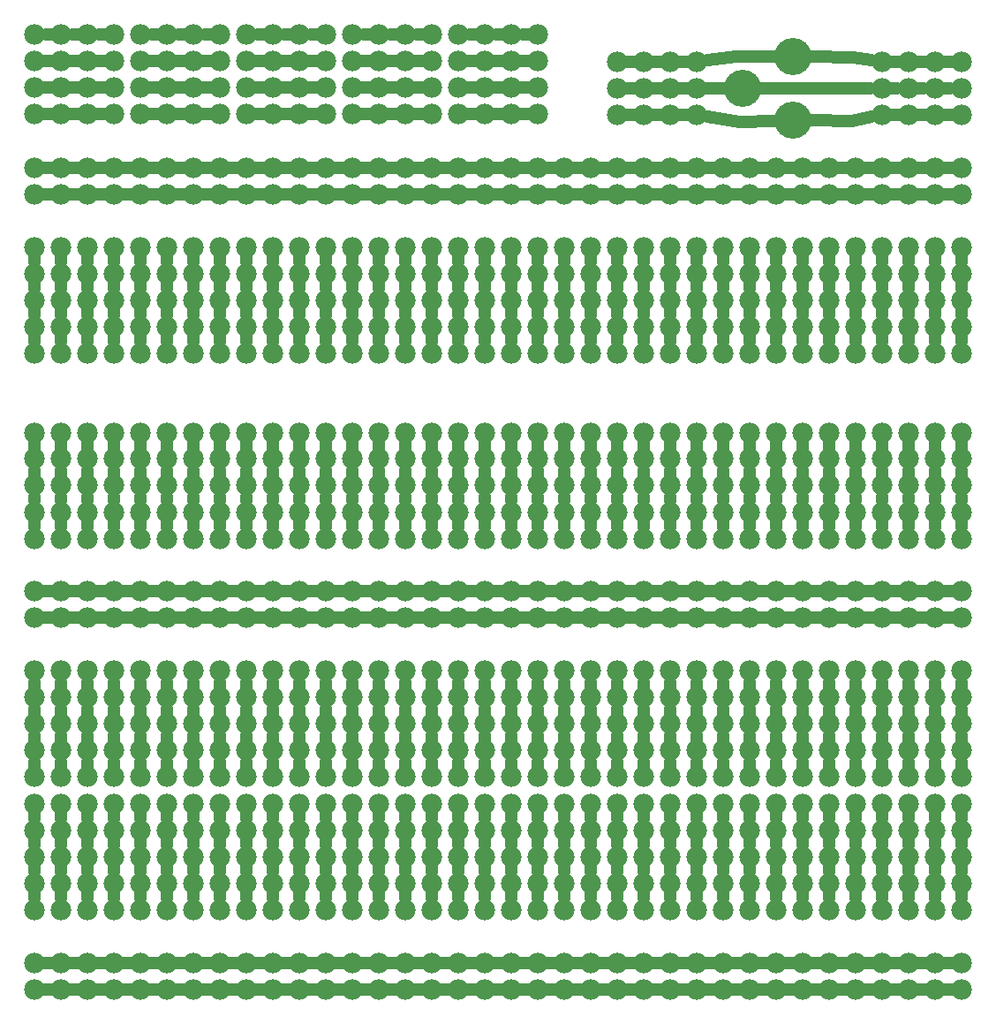
<source format=gtl>
G04 MADE WITH FRITZING*
G04 WWW.FRITZING.ORG*
G04 DOUBLE SIDED*
G04 HOLES PLATED*
G04 CONTOUR ON CENTER OF CONTOUR VECTOR*
%ASAXBY*%
%FSLAX23Y23*%
%MOIN*%
%OFA0B0*%
%SFA1.0B1.0*%
%ADD10C,0.140000*%
%ADD11C,0.078000*%
%ADD12C,0.048000*%
%LNCOPPER1*%
G90*
G70*
G54D10*
X3093Y3438D03*
X3093Y3678D03*
X2903Y3558D03*
G54D11*
X2130Y3461D03*
X2030Y3461D03*
X1930Y3461D03*
X1830Y3461D03*
X1730Y3461D03*
X1630Y3461D03*
X1530Y3461D03*
X1430Y3461D03*
X1330Y3461D03*
X1230Y3461D03*
X1130Y3461D03*
X1030Y3461D03*
X930Y3461D03*
X830Y3461D03*
X730Y3461D03*
X630Y3461D03*
X530Y3461D03*
X430Y3461D03*
X330Y3461D03*
X230Y3461D03*
X2131Y3561D03*
X2031Y3561D03*
X1931Y3561D03*
X1831Y3561D03*
X1731Y3561D03*
X1631Y3561D03*
X1531Y3561D03*
X1431Y3561D03*
X1331Y3561D03*
X1231Y3561D03*
X1131Y3561D03*
X1031Y3561D03*
X931Y3561D03*
X831Y3561D03*
X731Y3561D03*
X631Y3561D03*
X531Y3561D03*
X431Y3561D03*
X331Y3561D03*
X231Y3561D03*
X2131Y3661D03*
X2031Y3661D03*
X1931Y3661D03*
X1831Y3661D03*
X1731Y3661D03*
X1631Y3661D03*
X1531Y3661D03*
X1431Y3661D03*
X1331Y3661D03*
X1231Y3661D03*
X1131Y3661D03*
X1031Y3661D03*
X931Y3661D03*
X831Y3661D03*
X731Y3661D03*
X631Y3661D03*
X531Y3661D03*
X431Y3661D03*
X331Y3661D03*
X231Y3661D03*
X2131Y3761D03*
X2031Y3761D03*
X1931Y3761D03*
X1831Y3761D03*
X1731Y3761D03*
X1631Y3761D03*
X1531Y3761D03*
X1431Y3761D03*
X1331Y3761D03*
X1231Y3761D03*
X1131Y3761D03*
X1031Y3761D03*
X931Y3761D03*
X831Y3761D03*
X731Y3761D03*
X631Y3761D03*
X531Y3761D03*
X431Y3761D03*
X331Y3761D03*
X231Y3761D03*
X2730Y3559D03*
X2630Y3559D03*
X2530Y3559D03*
X2430Y3559D03*
X2730Y3459D03*
X2630Y3459D03*
X2530Y3459D03*
X2430Y3459D03*
X2731Y3659D03*
X2631Y3659D03*
X2531Y3659D03*
X2431Y3659D03*
X3730Y3459D03*
X3630Y3459D03*
X3530Y3459D03*
X3430Y3459D03*
X3730Y3559D03*
X3630Y3559D03*
X3530Y3559D03*
X3430Y3559D03*
X3730Y3659D03*
X3630Y3659D03*
X3530Y3659D03*
X3430Y3659D03*
X3731Y3159D03*
X3631Y3159D03*
X3531Y3159D03*
X3431Y3159D03*
X3331Y3159D03*
X3231Y3159D03*
X3131Y3159D03*
X3031Y3159D03*
X2931Y3159D03*
X2831Y3159D03*
X2731Y3159D03*
X2631Y3159D03*
X2531Y3159D03*
X2431Y3159D03*
X2331Y3159D03*
X2231Y3159D03*
X2131Y3159D03*
X2031Y3159D03*
X1931Y3159D03*
X1831Y3159D03*
X1731Y3159D03*
X1631Y3159D03*
X1531Y3159D03*
X1431Y3159D03*
X1331Y3159D03*
X1231Y3159D03*
X1131Y3159D03*
X1031Y3159D03*
X931Y3159D03*
X831Y3159D03*
X731Y3159D03*
X631Y3159D03*
X531Y3159D03*
X431Y3159D03*
X331Y3159D03*
X231Y3159D03*
X3730Y3259D03*
X3630Y3259D03*
X3530Y3259D03*
X3430Y3259D03*
X3330Y3259D03*
X3230Y3259D03*
X3130Y3259D03*
X3030Y3259D03*
X2930Y3259D03*
X2830Y3259D03*
X2730Y3259D03*
X2630Y3259D03*
X2530Y3259D03*
X2430Y3259D03*
X2330Y3259D03*
X2230Y3259D03*
X2130Y3259D03*
X2030Y3259D03*
X1930Y3259D03*
X1830Y3259D03*
X1730Y3259D03*
X1630Y3259D03*
X1530Y3259D03*
X1430Y3259D03*
X1330Y3259D03*
X1230Y3259D03*
X1130Y3259D03*
X1030Y3259D03*
X930Y3259D03*
X830Y3259D03*
X730Y3259D03*
X630Y3259D03*
X530Y3259D03*
X430Y3259D03*
X330Y3259D03*
X230Y3259D03*
X3730Y2859D03*
X3630Y2859D03*
X3530Y2859D03*
X3430Y2859D03*
X3330Y2859D03*
X3230Y2859D03*
X3130Y2859D03*
X3030Y2859D03*
X2930Y2859D03*
X2830Y2859D03*
X2730Y2859D03*
X2630Y2859D03*
X2530Y2859D03*
X2430Y2859D03*
X2330Y2859D03*
X2230Y2859D03*
X2130Y2859D03*
X2030Y2859D03*
X1930Y2859D03*
X1830Y2859D03*
X1730Y2859D03*
X1630Y2859D03*
X1530Y2859D03*
X1430Y2859D03*
X1330Y2859D03*
X1230Y2859D03*
X1130Y2859D03*
X1030Y2859D03*
X930Y2859D03*
X830Y2859D03*
X730Y2859D03*
X630Y2859D03*
X530Y2859D03*
X430Y2859D03*
X330Y2859D03*
X230Y2859D03*
X3730Y2659D03*
X3630Y2659D03*
X3530Y2659D03*
X3430Y2659D03*
X3330Y2659D03*
X3230Y2659D03*
X3130Y2659D03*
X3030Y2659D03*
X2930Y2659D03*
X2830Y2659D03*
X2730Y2659D03*
X2630Y2659D03*
X2530Y2659D03*
X2430Y2659D03*
X2330Y2659D03*
X2230Y2659D03*
X2130Y2659D03*
X2030Y2659D03*
X1930Y2659D03*
X1830Y2659D03*
X1730Y2659D03*
X1630Y2659D03*
X1530Y2659D03*
X1430Y2659D03*
X1330Y2659D03*
X1230Y2659D03*
X1130Y2659D03*
X1030Y2659D03*
X930Y2659D03*
X830Y2659D03*
X730Y2659D03*
X630Y2659D03*
X530Y2659D03*
X430Y2659D03*
X330Y2659D03*
X230Y2659D03*
X3730Y2959D03*
X3630Y2959D03*
X3530Y2959D03*
X3430Y2959D03*
X3330Y2959D03*
X3230Y2959D03*
X3130Y2959D03*
X3030Y2959D03*
X2930Y2959D03*
X2830Y2959D03*
X2730Y2959D03*
X2630Y2959D03*
X2530Y2959D03*
X2430Y2959D03*
X2330Y2959D03*
X2230Y2959D03*
X2130Y2959D03*
X2030Y2959D03*
X1930Y2959D03*
X1830Y2959D03*
X1730Y2959D03*
X1630Y2959D03*
X1530Y2959D03*
X1430Y2959D03*
X1330Y2959D03*
X1230Y2959D03*
X1130Y2959D03*
X1030Y2959D03*
X930Y2959D03*
X830Y2959D03*
X730Y2959D03*
X630Y2959D03*
X530Y2959D03*
X430Y2959D03*
X330Y2959D03*
X230Y2959D03*
X3731Y2759D03*
X3631Y2759D03*
X3531Y2759D03*
X3431Y2759D03*
X3331Y2759D03*
X3231Y2759D03*
X3131Y2759D03*
X3031Y2759D03*
X2931Y2759D03*
X2831Y2759D03*
X2731Y2759D03*
X2631Y2759D03*
X2531Y2759D03*
X2431Y2759D03*
X2331Y2759D03*
X2231Y2759D03*
X2131Y2759D03*
X2031Y2759D03*
X1931Y2759D03*
X1831Y2759D03*
X1731Y2759D03*
X1631Y2759D03*
X1531Y2759D03*
X1431Y2759D03*
X1331Y2759D03*
X1231Y2759D03*
X1131Y2759D03*
X1031Y2759D03*
X931Y2759D03*
X831Y2759D03*
X731Y2759D03*
X631Y2759D03*
X531Y2759D03*
X431Y2759D03*
X331Y2759D03*
X231Y2759D03*
X3730Y2559D03*
X3630Y2559D03*
X3530Y2559D03*
X3430Y2559D03*
X3330Y2559D03*
X3230Y2559D03*
X3130Y2559D03*
X3030Y2559D03*
X2930Y2559D03*
X2830Y2559D03*
X2730Y2559D03*
X2630Y2559D03*
X2530Y2559D03*
X2430Y2559D03*
X2330Y2559D03*
X2230Y2559D03*
X2130Y2559D03*
X2030Y2559D03*
X1930Y2559D03*
X1830Y2559D03*
X1730Y2559D03*
X1630Y2559D03*
X1530Y2559D03*
X1430Y2559D03*
X1330Y2559D03*
X1230Y2559D03*
X1130Y2559D03*
X1030Y2559D03*
X930Y2559D03*
X830Y2559D03*
X730Y2559D03*
X630Y2559D03*
X530Y2559D03*
X430Y2559D03*
X330Y2559D03*
X230Y2559D03*
X3731Y1560D03*
X3631Y1560D03*
X3531Y1560D03*
X3431Y1560D03*
X3331Y1560D03*
X3231Y1560D03*
X3131Y1560D03*
X3031Y1560D03*
X2931Y1560D03*
X2831Y1560D03*
X2731Y1560D03*
X2631Y1560D03*
X2531Y1560D03*
X2431Y1560D03*
X2331Y1560D03*
X2231Y1560D03*
X2131Y1560D03*
X2031Y1560D03*
X1931Y1560D03*
X1831Y1560D03*
X1731Y1560D03*
X1631Y1560D03*
X1531Y1560D03*
X1431Y1560D03*
X1331Y1560D03*
X1231Y1560D03*
X1131Y1560D03*
X1031Y1560D03*
X931Y1560D03*
X831Y1560D03*
X731Y1560D03*
X631Y1560D03*
X531Y1560D03*
X431Y1560D03*
X331Y1560D03*
X231Y1560D03*
X3730Y1660D03*
X3630Y1660D03*
X3530Y1660D03*
X3430Y1660D03*
X3330Y1660D03*
X3230Y1660D03*
X3130Y1660D03*
X3030Y1660D03*
X2930Y1660D03*
X2830Y1660D03*
X2730Y1660D03*
X2630Y1660D03*
X2530Y1660D03*
X2430Y1660D03*
X2330Y1660D03*
X2230Y1660D03*
X2130Y1660D03*
X2030Y1660D03*
X1930Y1660D03*
X1830Y1660D03*
X1730Y1660D03*
X1630Y1660D03*
X1530Y1660D03*
X1430Y1660D03*
X1330Y1660D03*
X1230Y1660D03*
X1130Y1660D03*
X1030Y1660D03*
X930Y1660D03*
X830Y1660D03*
X730Y1660D03*
X630Y1660D03*
X530Y1660D03*
X430Y1660D03*
X330Y1660D03*
X230Y1660D03*
X3730Y2060D03*
X3630Y2060D03*
X3530Y2060D03*
X3430Y2060D03*
X3330Y2060D03*
X3230Y2060D03*
X3130Y2060D03*
X3030Y2060D03*
X2930Y2060D03*
X2830Y2060D03*
X2730Y2060D03*
X2630Y2060D03*
X2530Y2060D03*
X2430Y2060D03*
X2330Y2060D03*
X2230Y2060D03*
X2130Y2060D03*
X2030Y2060D03*
X1930Y2060D03*
X1830Y2060D03*
X1730Y2060D03*
X1630Y2060D03*
X1530Y2060D03*
X1430Y2060D03*
X1330Y2060D03*
X1230Y2060D03*
X1130Y2060D03*
X1030Y2060D03*
X930Y2060D03*
X830Y2060D03*
X730Y2060D03*
X630Y2060D03*
X530Y2060D03*
X430Y2060D03*
X330Y2060D03*
X230Y2060D03*
X3730Y1859D03*
X3630Y1859D03*
X3530Y1859D03*
X3430Y1859D03*
X3330Y1859D03*
X3230Y1859D03*
X3130Y1859D03*
X3030Y1859D03*
X2930Y1859D03*
X2830Y1859D03*
X2730Y1859D03*
X2630Y1859D03*
X2530Y1859D03*
X2430Y1859D03*
X2330Y1859D03*
X2230Y1859D03*
X2130Y1859D03*
X2030Y1859D03*
X1930Y1859D03*
X1830Y1859D03*
X1730Y1859D03*
X1630Y1859D03*
X1530Y1859D03*
X1430Y1859D03*
X1330Y1859D03*
X1230Y1859D03*
X1130Y1859D03*
X1030Y1859D03*
X930Y1859D03*
X830Y1859D03*
X730Y1859D03*
X630Y1859D03*
X530Y1859D03*
X430Y1859D03*
X330Y1859D03*
X230Y1859D03*
X3730Y2160D03*
X3630Y2160D03*
X3530Y2160D03*
X3430Y2160D03*
X3330Y2160D03*
X3230Y2160D03*
X3130Y2160D03*
X3030Y2160D03*
X2930Y2160D03*
X2830Y2160D03*
X2730Y2160D03*
X2630Y2160D03*
X2530Y2160D03*
X2430Y2160D03*
X2330Y2160D03*
X2230Y2160D03*
X2130Y2160D03*
X2030Y2160D03*
X1930Y2160D03*
X1830Y2160D03*
X1730Y2160D03*
X1630Y2160D03*
X1530Y2160D03*
X1430Y2160D03*
X1330Y2160D03*
X1230Y2160D03*
X1130Y2160D03*
X1030Y2160D03*
X930Y2160D03*
X830Y2160D03*
X730Y2160D03*
X630Y2160D03*
X530Y2160D03*
X430Y2160D03*
X330Y2160D03*
X230Y2160D03*
X3730Y2259D03*
X3630Y2259D03*
X3530Y2259D03*
X3430Y2259D03*
X3330Y2259D03*
X3230Y2259D03*
X3130Y2259D03*
X3030Y2259D03*
X2930Y2259D03*
X2830Y2259D03*
X2730Y2259D03*
X2630Y2259D03*
X2530Y2259D03*
X2430Y2259D03*
X2330Y2259D03*
X2230Y2259D03*
X2130Y2259D03*
X2030Y2259D03*
X1930Y2259D03*
X1830Y2259D03*
X1730Y2259D03*
X1630Y2259D03*
X1530Y2259D03*
X1430Y2259D03*
X1330Y2259D03*
X1230Y2259D03*
X1130Y2259D03*
X1030Y2259D03*
X930Y2259D03*
X830Y2259D03*
X730Y2259D03*
X630Y2259D03*
X530Y2259D03*
X430Y2259D03*
X330Y2259D03*
X230Y2259D03*
X3729Y1959D03*
X3629Y1959D03*
X3529Y1959D03*
X3429Y1959D03*
X3329Y1959D03*
X3229Y1959D03*
X3129Y1959D03*
X3029Y1959D03*
X2929Y1959D03*
X2829Y1959D03*
X2729Y1959D03*
X2629Y1959D03*
X2529Y1959D03*
X2429Y1959D03*
X2329Y1959D03*
X2229Y1959D03*
X2129Y1959D03*
X2029Y1959D03*
X1929Y1959D03*
X1829Y1959D03*
X1729Y1959D03*
X1629Y1959D03*
X1529Y1959D03*
X1429Y1959D03*
X1329Y1959D03*
X1229Y1959D03*
X1129Y1959D03*
X1029Y1959D03*
X929Y1959D03*
X829Y1959D03*
X729Y1959D03*
X629Y1959D03*
X529Y1959D03*
X429Y1959D03*
X329Y1959D03*
X229Y1959D03*
X3731Y1160D03*
X3631Y1160D03*
X3531Y1160D03*
X3431Y1160D03*
X3331Y1160D03*
X3231Y1160D03*
X3131Y1160D03*
X3031Y1160D03*
X2931Y1160D03*
X2831Y1160D03*
X2731Y1160D03*
X2631Y1160D03*
X2531Y1160D03*
X2431Y1160D03*
X2331Y1160D03*
X2231Y1160D03*
X2131Y1160D03*
X2031Y1160D03*
X1931Y1160D03*
X1831Y1160D03*
X1731Y1160D03*
X1631Y1160D03*
X1531Y1160D03*
X1431Y1160D03*
X1331Y1160D03*
X1231Y1160D03*
X1131Y1160D03*
X1031Y1160D03*
X931Y1160D03*
X831Y1160D03*
X731Y1160D03*
X631Y1160D03*
X531Y1160D03*
X431Y1160D03*
X331Y1160D03*
X231Y1160D03*
X3730Y1360D03*
X3630Y1360D03*
X3530Y1360D03*
X3430Y1360D03*
X3330Y1360D03*
X3230Y1360D03*
X3130Y1360D03*
X3030Y1360D03*
X2930Y1360D03*
X2830Y1360D03*
X2730Y1360D03*
X2630Y1360D03*
X2530Y1360D03*
X2430Y1360D03*
X2330Y1360D03*
X2230Y1360D03*
X2130Y1360D03*
X2030Y1360D03*
X1930Y1360D03*
X1830Y1360D03*
X1730Y1360D03*
X1630Y1360D03*
X1530Y1360D03*
X1430Y1360D03*
X1330Y1360D03*
X1230Y1360D03*
X1130Y1360D03*
X1030Y1360D03*
X930Y1360D03*
X830Y1360D03*
X730Y1360D03*
X630Y1360D03*
X530Y1360D03*
X430Y1360D03*
X330Y1360D03*
X230Y1360D03*
X3730Y960D03*
X3630Y960D03*
X3530Y960D03*
X3430Y960D03*
X3330Y960D03*
X3230Y960D03*
X3130Y960D03*
X3030Y960D03*
X2930Y960D03*
X2830Y960D03*
X2730Y960D03*
X2630Y960D03*
X2530Y960D03*
X2430Y960D03*
X2330Y960D03*
X2230Y960D03*
X2130Y960D03*
X2030Y960D03*
X1930Y960D03*
X1830Y960D03*
X1730Y960D03*
X1630Y960D03*
X1530Y960D03*
X1430Y960D03*
X1330Y960D03*
X1230Y960D03*
X1130Y960D03*
X1030Y960D03*
X930Y960D03*
X830Y960D03*
X730Y960D03*
X630Y960D03*
X530Y960D03*
X430Y960D03*
X330Y960D03*
X230Y960D03*
X3730Y1060D03*
X3630Y1060D03*
X3530Y1060D03*
X3430Y1060D03*
X3330Y1060D03*
X3230Y1060D03*
X3130Y1060D03*
X3030Y1060D03*
X2930Y1060D03*
X2830Y1060D03*
X2730Y1060D03*
X2630Y1060D03*
X2530Y1060D03*
X2430Y1060D03*
X2330Y1060D03*
X2230Y1060D03*
X2130Y1060D03*
X2030Y1060D03*
X1930Y1060D03*
X1830Y1060D03*
X1730Y1060D03*
X1630Y1060D03*
X1530Y1060D03*
X1430Y1060D03*
X1330Y1060D03*
X1230Y1060D03*
X1130Y1060D03*
X1030Y1060D03*
X930Y1060D03*
X830Y1060D03*
X730Y1060D03*
X630Y1060D03*
X530Y1060D03*
X430Y1060D03*
X330Y1060D03*
X230Y1060D03*
X3730Y1260D03*
X3630Y1260D03*
X3530Y1260D03*
X3430Y1260D03*
X3330Y1260D03*
X3230Y1260D03*
X3130Y1260D03*
X3030Y1260D03*
X2930Y1260D03*
X2830Y1260D03*
X2730Y1260D03*
X2630Y1260D03*
X2530Y1260D03*
X2430Y1260D03*
X2330Y1260D03*
X2230Y1260D03*
X2130Y1260D03*
X2030Y1260D03*
X1930Y1260D03*
X1830Y1260D03*
X1730Y1260D03*
X1630Y1260D03*
X1530Y1260D03*
X1430Y1260D03*
X1330Y1260D03*
X1230Y1260D03*
X1130Y1260D03*
X1030Y1260D03*
X930Y1260D03*
X830Y1260D03*
X730Y1260D03*
X630Y1260D03*
X530Y1260D03*
X430Y1260D03*
X330Y1260D03*
X230Y1260D03*
X3731Y859D03*
X3631Y859D03*
X3531Y859D03*
X3431Y859D03*
X3331Y859D03*
X3231Y859D03*
X3131Y859D03*
X3031Y859D03*
X2931Y859D03*
X2831Y859D03*
X2731Y859D03*
X2631Y859D03*
X2531Y859D03*
X2431Y859D03*
X2331Y859D03*
X2231Y859D03*
X2131Y859D03*
X2031Y859D03*
X1931Y859D03*
X1831Y859D03*
X1731Y859D03*
X1631Y859D03*
X1531Y859D03*
X1431Y859D03*
X1331Y859D03*
X1231Y859D03*
X1131Y859D03*
X1031Y859D03*
X931Y859D03*
X831Y859D03*
X731Y859D03*
X631Y859D03*
X531Y859D03*
X431Y859D03*
X331Y859D03*
X231Y859D03*
X3730Y759D03*
X3630Y759D03*
X3530Y759D03*
X3430Y759D03*
X3330Y759D03*
X3230Y759D03*
X3130Y759D03*
X3030Y759D03*
X2930Y759D03*
X2830Y759D03*
X2730Y759D03*
X2630Y759D03*
X2530Y759D03*
X2430Y759D03*
X2330Y759D03*
X2230Y759D03*
X2130Y759D03*
X2030Y759D03*
X1930Y759D03*
X1830Y759D03*
X1730Y759D03*
X1630Y759D03*
X1530Y759D03*
X1430Y759D03*
X1330Y759D03*
X1230Y759D03*
X1130Y759D03*
X1030Y759D03*
X930Y759D03*
X830Y759D03*
X730Y759D03*
X630Y759D03*
X530Y759D03*
X430Y759D03*
X330Y759D03*
X230Y759D03*
X3731Y659D03*
X3631Y659D03*
X3531Y659D03*
X3431Y659D03*
X3331Y659D03*
X3231Y659D03*
X3131Y659D03*
X3031Y659D03*
X2931Y659D03*
X2831Y659D03*
X2731Y659D03*
X2631Y659D03*
X2531Y659D03*
X2431Y659D03*
X2331Y659D03*
X2231Y659D03*
X2131Y659D03*
X2031Y659D03*
X1931Y659D03*
X1831Y659D03*
X1731Y659D03*
X1631Y659D03*
X1531Y659D03*
X1431Y659D03*
X1331Y659D03*
X1231Y659D03*
X1131Y659D03*
X1031Y659D03*
X931Y659D03*
X831Y659D03*
X731Y659D03*
X631Y659D03*
X531Y659D03*
X431Y659D03*
X331Y659D03*
X231Y659D03*
X3730Y559D03*
X3630Y559D03*
X3530Y559D03*
X3430Y559D03*
X3330Y559D03*
X3230Y559D03*
X3130Y559D03*
X3030Y559D03*
X2930Y559D03*
X2830Y559D03*
X2730Y559D03*
X2630Y559D03*
X2530Y559D03*
X2430Y559D03*
X2330Y559D03*
X2230Y559D03*
X2130Y559D03*
X2030Y559D03*
X1930Y559D03*
X1830Y559D03*
X1730Y559D03*
X1630Y559D03*
X1530Y559D03*
X1430Y559D03*
X1330Y559D03*
X1230Y559D03*
X1130Y559D03*
X1030Y559D03*
X930Y559D03*
X830Y559D03*
X730Y559D03*
X630Y559D03*
X530Y559D03*
X430Y559D03*
X330Y559D03*
X230Y559D03*
X3731Y459D03*
X3631Y459D03*
X3531Y459D03*
X3431Y459D03*
X3331Y459D03*
X3231Y459D03*
X3131Y459D03*
X3031Y459D03*
X2931Y459D03*
X2831Y459D03*
X2731Y459D03*
X2631Y459D03*
X2531Y459D03*
X2431Y459D03*
X2331Y459D03*
X2231Y459D03*
X2131Y459D03*
X2031Y459D03*
X1931Y459D03*
X1831Y459D03*
X1731Y459D03*
X1631Y459D03*
X1531Y459D03*
X1431Y459D03*
X1331Y459D03*
X1231Y459D03*
X1131Y459D03*
X1031Y459D03*
X931Y459D03*
X831Y459D03*
X731Y459D03*
X631Y459D03*
X531Y459D03*
X431Y459D03*
X331Y459D03*
X231Y459D03*
X3731Y259D03*
X3631Y259D03*
X3531Y259D03*
X3431Y259D03*
X3331Y259D03*
X3231Y259D03*
X3131Y259D03*
X3031Y259D03*
X2931Y259D03*
X2831Y259D03*
X2731Y259D03*
X2631Y259D03*
X2531Y259D03*
X2431Y259D03*
X2331Y259D03*
X2231Y259D03*
X2131Y259D03*
X2031Y259D03*
X1931Y259D03*
X1831Y259D03*
X1731Y259D03*
X1631Y259D03*
X1531Y259D03*
X1431Y259D03*
X1331Y259D03*
X1231Y259D03*
X1131Y259D03*
X1031Y259D03*
X931Y259D03*
X831Y259D03*
X731Y259D03*
X631Y259D03*
X531Y259D03*
X431Y259D03*
X331Y259D03*
X231Y259D03*
X3731Y159D03*
X3631Y159D03*
X3531Y159D03*
X3431Y159D03*
X3331Y159D03*
X3231Y159D03*
X3131Y159D03*
X3031Y159D03*
X2931Y159D03*
X2831Y159D03*
X2731Y159D03*
X2631Y159D03*
X2531Y159D03*
X2431Y159D03*
X2331Y159D03*
X2231Y159D03*
X2131Y159D03*
X2031Y159D03*
X1931Y159D03*
X1831Y159D03*
X1731Y159D03*
X1631Y159D03*
X1531Y159D03*
X1431Y159D03*
X1331Y159D03*
X1231Y159D03*
X1131Y159D03*
X1031Y159D03*
X931Y159D03*
X831Y159D03*
X731Y159D03*
X631Y159D03*
X531Y159D03*
X431Y159D03*
X331Y159D03*
X231Y159D03*
G54D12*
X772Y3661D02*
X790Y3661D01*
D02*
X672Y3661D02*
X690Y3661D01*
D02*
X873Y3761D02*
X890Y3761D01*
D02*
X773Y3761D02*
X790Y3761D01*
D02*
X673Y3761D02*
X690Y3761D01*
D02*
X1673Y3761D02*
X1690Y3761D01*
D02*
X1573Y3761D02*
X1590Y3761D01*
D02*
X1473Y3761D02*
X1490Y3761D01*
D02*
X872Y3461D02*
X889Y3461D01*
D02*
X772Y3461D02*
X789Y3461D01*
D02*
X672Y3461D02*
X689Y3461D01*
D02*
X872Y3561D02*
X890Y3561D01*
D02*
X772Y3561D02*
X790Y3561D01*
D02*
X672Y3561D02*
X690Y3561D01*
D02*
X872Y3661D02*
X890Y3661D01*
D02*
X1672Y3461D02*
X1689Y3461D01*
D02*
X1572Y3461D02*
X1589Y3461D01*
D02*
X1472Y3461D02*
X1489Y3461D01*
D02*
X1672Y3561D02*
X1690Y3561D01*
D02*
X1572Y3561D02*
X1590Y3561D01*
D02*
X1472Y3561D02*
X1490Y3561D01*
D02*
X1672Y3661D02*
X1690Y3661D01*
D02*
X1572Y3661D02*
X1590Y3661D01*
D02*
X1472Y3661D02*
X1490Y3661D01*
D02*
X3730Y1019D02*
X3730Y1001D01*
D02*
X430Y1101D02*
X430Y1119D01*
D02*
X430Y1001D02*
X430Y1019D01*
D02*
X330Y1301D02*
X330Y1319D01*
D02*
X330Y1201D02*
X330Y1219D01*
D02*
X330Y1101D02*
X330Y1119D01*
D02*
X330Y1001D02*
X330Y1019D01*
D02*
X230Y1301D02*
X230Y1319D01*
D02*
X230Y1201D02*
X230Y1219D01*
D02*
X230Y1101D02*
X230Y1119D01*
D02*
X230Y1001D02*
X230Y1019D01*
D02*
X630Y1301D02*
X630Y1319D01*
D02*
X630Y1201D02*
X630Y1219D01*
D02*
X630Y1101D02*
X630Y1119D01*
D02*
X630Y1001D02*
X630Y1019D01*
D02*
X530Y1301D02*
X530Y1319D01*
D02*
X530Y1201D02*
X530Y1219D01*
D02*
X530Y1101D02*
X530Y1119D01*
D02*
X530Y1001D02*
X530Y1019D01*
D02*
X430Y1301D02*
X430Y1319D01*
D02*
X430Y1201D02*
X430Y1219D01*
D02*
X930Y1101D02*
X930Y1119D01*
D02*
X930Y1001D02*
X930Y1019D01*
D02*
X830Y1301D02*
X830Y1319D01*
D02*
X830Y1201D02*
X830Y1219D01*
D02*
X830Y1101D02*
X830Y1119D01*
D02*
X830Y1001D02*
X830Y1019D01*
D02*
X730Y1301D02*
X730Y1319D01*
D02*
X730Y1201D02*
X730Y1219D01*
D02*
X730Y1101D02*
X730Y1119D01*
D02*
X730Y1001D02*
X730Y1019D01*
D02*
X1130Y1301D02*
X1130Y1319D01*
D02*
X1130Y1201D02*
X1130Y1219D01*
D02*
X1130Y1101D02*
X1130Y1119D01*
D02*
X1130Y1001D02*
X1130Y1019D01*
D02*
X1030Y1301D02*
X1030Y1319D01*
D02*
X1030Y1201D02*
X1030Y1219D01*
D02*
X1030Y1101D02*
X1030Y1119D01*
D02*
X1030Y1001D02*
X1030Y1019D01*
D02*
X930Y1301D02*
X930Y1319D01*
D02*
X930Y1201D02*
X930Y1219D01*
D02*
X1430Y1101D02*
X1430Y1119D01*
D02*
X1430Y1001D02*
X1430Y1019D01*
D02*
X1330Y1301D02*
X1330Y1319D01*
D02*
X1330Y1201D02*
X1330Y1219D01*
D02*
X1330Y1101D02*
X1330Y1119D01*
D02*
X1330Y1001D02*
X1330Y1019D01*
D02*
X1230Y1301D02*
X1230Y1319D01*
D02*
X1230Y1201D02*
X1230Y1219D01*
D02*
X1230Y1101D02*
X1230Y1119D01*
D02*
X1230Y1001D02*
X1230Y1019D01*
D02*
X1630Y1301D02*
X1630Y1319D01*
D02*
X1630Y1201D02*
X1630Y1219D01*
D02*
X1630Y1101D02*
X1630Y1119D01*
D02*
X1630Y1001D02*
X1630Y1019D01*
D02*
X1530Y1301D02*
X1530Y1319D01*
D02*
X1530Y1201D02*
X1530Y1219D01*
D02*
X1530Y1101D02*
X1530Y1119D01*
D02*
X1530Y1001D02*
X1530Y1019D01*
D02*
X1430Y1301D02*
X1430Y1319D01*
D02*
X1430Y1201D02*
X1430Y1219D01*
D02*
X1930Y1101D02*
X1930Y1119D01*
D02*
X1930Y1001D02*
X1930Y1019D01*
D02*
X1830Y1301D02*
X1830Y1319D01*
D02*
X1830Y1201D02*
X1830Y1219D01*
D02*
X1830Y1101D02*
X1830Y1119D01*
D02*
X1830Y1001D02*
X1830Y1019D01*
D02*
X1730Y1301D02*
X1730Y1319D01*
D02*
X1730Y1201D02*
X1730Y1219D01*
D02*
X1730Y1101D02*
X1730Y1119D01*
D02*
X1730Y1001D02*
X1730Y1019D01*
D02*
X2130Y1301D02*
X2130Y1319D01*
D02*
X2130Y1201D02*
X2130Y1219D01*
D02*
X2130Y1101D02*
X2130Y1119D01*
D02*
X2130Y1001D02*
X2130Y1019D01*
D02*
X2030Y1301D02*
X2030Y1319D01*
D02*
X2030Y1201D02*
X2030Y1219D01*
D02*
X2030Y1101D02*
X2030Y1119D01*
D02*
X2030Y1001D02*
X2030Y1019D01*
D02*
X1930Y1301D02*
X1930Y1319D01*
D02*
X1930Y1201D02*
X1930Y1219D01*
D02*
X2430Y1101D02*
X2430Y1119D01*
D02*
X2430Y1001D02*
X2430Y1019D01*
D02*
X2330Y1301D02*
X2330Y1319D01*
D02*
X2330Y1201D02*
X2330Y1219D01*
D02*
X2330Y1101D02*
X2330Y1119D01*
D02*
X2330Y1001D02*
X2330Y1019D01*
D02*
X2230Y1301D02*
X2230Y1319D01*
D02*
X2230Y1201D02*
X2230Y1219D01*
D02*
X2230Y1101D02*
X2230Y1119D01*
D02*
X2230Y1001D02*
X2230Y1019D01*
D02*
X2630Y1301D02*
X2630Y1319D01*
D02*
X2630Y1201D02*
X2630Y1219D01*
D02*
X2630Y1101D02*
X2630Y1119D01*
D02*
X2630Y1001D02*
X2630Y1019D01*
D02*
X2530Y1301D02*
X2530Y1319D01*
D02*
X2530Y1201D02*
X2530Y1219D01*
D02*
X2530Y1101D02*
X2530Y1119D01*
D02*
X2530Y1001D02*
X2530Y1019D01*
D02*
X2430Y1301D02*
X2430Y1319D01*
D02*
X2430Y1201D02*
X2430Y1219D01*
D02*
X2930Y1101D02*
X2930Y1119D01*
D02*
X2930Y1001D02*
X2930Y1019D01*
D02*
X2830Y1301D02*
X2830Y1319D01*
D02*
X2830Y1201D02*
X2830Y1219D01*
D02*
X2830Y1101D02*
X2830Y1119D01*
D02*
X2830Y1001D02*
X2830Y1019D01*
D02*
X2730Y1301D02*
X2730Y1319D01*
D02*
X2730Y1201D02*
X2730Y1219D01*
D02*
X2730Y1101D02*
X2730Y1119D01*
D02*
X2730Y1001D02*
X2730Y1019D01*
D02*
X3130Y1301D02*
X3130Y1319D01*
D02*
X3130Y1201D02*
X3130Y1219D01*
D02*
X3130Y1101D02*
X3130Y1119D01*
D02*
X3130Y1001D02*
X3130Y1019D01*
D02*
X3030Y1301D02*
X3030Y1319D01*
D02*
X3030Y1201D02*
X3030Y1219D01*
D02*
X3030Y1101D02*
X3030Y1119D01*
D02*
X3030Y1001D02*
X3030Y1019D01*
D02*
X2930Y1301D02*
X2930Y1319D01*
D02*
X2930Y1201D02*
X2930Y1219D01*
D02*
X3430Y1101D02*
X3430Y1119D01*
D02*
X3430Y1001D02*
X3430Y1019D01*
D02*
X3330Y1301D02*
X3330Y1319D01*
D02*
X3330Y1201D02*
X3330Y1219D01*
D02*
X3330Y1101D02*
X3330Y1119D01*
D02*
X3330Y1001D02*
X3330Y1019D01*
D02*
X3230Y1301D02*
X3230Y1319D01*
D02*
X3230Y1201D02*
X3230Y1219D01*
D02*
X3230Y1101D02*
X3230Y1119D01*
D02*
X3230Y1001D02*
X3230Y1019D01*
D02*
X331Y801D02*
X331Y818D01*
D02*
X331Y701D02*
X331Y718D01*
D02*
X331Y600D02*
X331Y618D01*
D02*
X331Y500D02*
X330Y518D01*
D02*
X231Y801D02*
X231Y818D01*
D02*
X231Y701D02*
X231Y718D01*
D02*
X231Y600D02*
X231Y618D01*
D02*
X231Y500D02*
X230Y518D01*
D02*
X3430Y1301D02*
X3430Y1319D01*
D02*
X3430Y1201D02*
X3430Y1219D01*
D02*
X631Y600D02*
X631Y618D01*
D02*
X631Y500D02*
X630Y518D01*
D02*
X531Y801D02*
X531Y818D01*
D02*
X531Y701D02*
X531Y718D01*
D02*
X531Y600D02*
X531Y618D01*
D02*
X531Y500D02*
X530Y518D01*
D02*
X431Y801D02*
X431Y818D01*
D02*
X431Y701D02*
X431Y718D01*
D02*
X431Y600D02*
X431Y618D01*
D02*
X431Y500D02*
X430Y518D01*
D02*
X831Y801D02*
X831Y818D01*
D02*
X831Y701D02*
X831Y718D01*
D02*
X831Y600D02*
X831Y618D01*
D02*
X831Y500D02*
X830Y518D01*
D02*
X731Y801D02*
X731Y818D01*
D02*
X731Y701D02*
X731Y718D01*
D02*
X731Y600D02*
X731Y618D01*
D02*
X731Y500D02*
X730Y518D01*
D02*
X631Y801D02*
X631Y818D01*
D02*
X631Y701D02*
X631Y718D01*
D02*
X1131Y600D02*
X1131Y618D01*
D02*
X1131Y500D02*
X1130Y518D01*
D02*
X1031Y801D02*
X1031Y818D01*
D02*
X1031Y701D02*
X1031Y718D01*
D02*
X1031Y600D02*
X1031Y618D01*
D02*
X1031Y500D02*
X1030Y518D01*
D02*
X931Y801D02*
X931Y818D01*
D02*
X931Y701D02*
X931Y718D01*
D02*
X931Y600D02*
X931Y618D01*
D02*
X931Y500D02*
X930Y518D01*
D02*
X1331Y801D02*
X1331Y818D01*
D02*
X1331Y701D02*
X1331Y718D01*
D02*
X1331Y600D02*
X1331Y618D01*
D02*
X1331Y500D02*
X1330Y518D01*
D02*
X1231Y801D02*
X1231Y818D01*
D02*
X1231Y701D02*
X1231Y718D01*
D02*
X1231Y600D02*
X1231Y618D01*
D02*
X1231Y500D02*
X1230Y518D01*
D02*
X1131Y801D02*
X1131Y818D01*
D02*
X1131Y701D02*
X1131Y718D01*
D02*
X1631Y600D02*
X1631Y618D01*
D02*
X1631Y500D02*
X1630Y518D01*
D02*
X1531Y801D02*
X1531Y818D01*
D02*
X1531Y701D02*
X1531Y718D01*
D02*
X1531Y600D02*
X1531Y618D01*
D02*
X1531Y500D02*
X1530Y518D01*
D02*
X1431Y801D02*
X1431Y818D01*
D02*
X1431Y701D02*
X1431Y718D01*
D02*
X1431Y600D02*
X1431Y618D01*
D02*
X1431Y500D02*
X1430Y518D01*
D02*
X1831Y801D02*
X1831Y818D01*
D02*
X1831Y701D02*
X1831Y718D01*
D02*
X1831Y600D02*
X1831Y618D01*
D02*
X1831Y500D02*
X1830Y518D01*
D02*
X1731Y801D02*
X1731Y818D01*
D02*
X1731Y701D02*
X1731Y718D01*
D02*
X1731Y600D02*
X1731Y618D01*
D02*
X1731Y500D02*
X1730Y518D01*
D02*
X1631Y801D02*
X1631Y818D01*
D02*
X1631Y701D02*
X1631Y718D01*
D02*
X2131Y600D02*
X2131Y618D01*
D02*
X2131Y500D02*
X2130Y518D01*
D02*
X2031Y801D02*
X2031Y818D01*
D02*
X2031Y701D02*
X2031Y718D01*
D02*
X2031Y600D02*
X2031Y618D01*
D02*
X2031Y500D02*
X2030Y518D01*
D02*
X1931Y801D02*
X1931Y818D01*
D02*
X1931Y701D02*
X1931Y718D01*
D02*
X1931Y600D02*
X1931Y618D01*
D02*
X1931Y500D02*
X1930Y518D01*
D02*
X2331Y801D02*
X2331Y818D01*
D02*
X2331Y701D02*
X2331Y718D01*
D02*
X2331Y600D02*
X2331Y618D01*
D02*
X2331Y500D02*
X2330Y518D01*
D02*
X2231Y801D02*
X2231Y818D01*
D02*
X2231Y701D02*
X2231Y718D01*
D02*
X2231Y600D02*
X2231Y618D01*
D02*
X2231Y500D02*
X2230Y518D01*
D02*
X2131Y801D02*
X2131Y818D01*
D02*
X2131Y701D02*
X2131Y718D01*
D02*
X2631Y600D02*
X2631Y618D01*
D02*
X2631Y500D02*
X2630Y518D01*
D02*
X2531Y801D02*
X2531Y818D01*
D02*
X2531Y701D02*
X2531Y718D01*
D02*
X2531Y600D02*
X2531Y618D01*
D02*
X2531Y500D02*
X2530Y518D01*
D02*
X2431Y801D02*
X2431Y818D01*
D02*
X2431Y701D02*
X2431Y718D01*
D02*
X2431Y600D02*
X2431Y618D01*
D02*
X2431Y500D02*
X2430Y518D01*
D02*
X2831Y801D02*
X2831Y818D01*
D02*
X2831Y701D02*
X2831Y718D01*
D02*
X2831Y600D02*
X2831Y618D01*
D02*
X2831Y500D02*
X2830Y518D01*
D02*
X2731Y801D02*
X2731Y818D01*
D02*
X2731Y701D02*
X2731Y718D01*
D02*
X2731Y600D02*
X2731Y618D01*
D02*
X2731Y500D02*
X2730Y518D01*
D02*
X2631Y801D02*
X2631Y818D01*
D02*
X2631Y701D02*
X2631Y718D01*
D02*
X3131Y600D02*
X3131Y618D01*
D02*
X3131Y500D02*
X3130Y518D01*
D02*
X3031Y801D02*
X3031Y818D01*
D02*
X3031Y701D02*
X3031Y718D01*
D02*
X3031Y600D02*
X3031Y618D01*
D02*
X3031Y500D02*
X3030Y518D01*
D02*
X2931Y801D02*
X2931Y818D01*
D02*
X2931Y701D02*
X2931Y718D01*
D02*
X2931Y600D02*
X2931Y618D01*
D02*
X2931Y500D02*
X2930Y518D01*
D02*
X3331Y801D02*
X3331Y818D01*
D02*
X3331Y701D02*
X3331Y718D01*
D02*
X3331Y600D02*
X3331Y618D01*
D02*
X3331Y500D02*
X3330Y518D01*
D02*
X3231Y801D02*
X3231Y818D01*
D02*
X3231Y701D02*
X3231Y718D01*
D02*
X3231Y600D02*
X3231Y618D01*
D02*
X3231Y500D02*
X3230Y518D01*
D02*
X3131Y801D02*
X3131Y818D01*
D02*
X3131Y701D02*
X3131Y718D01*
D02*
X3631Y600D02*
X3631Y618D01*
D02*
X3631Y500D02*
X3630Y518D01*
D02*
X3531Y801D02*
X3531Y818D01*
D02*
X3531Y701D02*
X3531Y718D01*
D02*
X3531Y600D02*
X3531Y618D01*
D02*
X3531Y500D02*
X3530Y518D01*
D02*
X3431Y801D02*
X3431Y818D01*
D02*
X3431Y701D02*
X3431Y718D01*
D02*
X3431Y600D02*
X3431Y618D01*
D02*
X3431Y500D02*
X3430Y518D01*
D02*
X572Y259D02*
X590Y259D01*
D02*
X472Y259D02*
X490Y259D01*
D02*
X372Y259D02*
X390Y259D01*
D02*
X272Y259D02*
X290Y259D01*
D02*
X3731Y801D02*
X3731Y818D01*
D02*
X3731Y701D02*
X3731Y718D01*
D02*
X3731Y600D02*
X3731Y618D01*
D02*
X3731Y500D02*
X3730Y518D01*
D02*
X3631Y801D02*
X3631Y818D01*
D02*
X3631Y701D02*
X3631Y718D01*
D02*
X1572Y259D02*
X1590Y259D01*
D02*
X1472Y259D02*
X1490Y259D01*
D02*
X1372Y259D02*
X1390Y259D01*
D02*
X1272Y259D02*
X1290Y259D01*
D02*
X1172Y259D02*
X1190Y259D01*
D02*
X1072Y259D02*
X1090Y259D01*
D02*
X972Y259D02*
X990Y259D01*
D02*
X872Y259D02*
X890Y259D01*
D02*
X772Y259D02*
X790Y259D01*
D02*
X672Y259D02*
X690Y259D01*
D02*
X2572Y259D02*
X2590Y259D01*
D02*
X2472Y259D02*
X2490Y259D01*
D02*
X2372Y259D02*
X2390Y259D01*
D02*
X2272Y259D02*
X2290Y259D01*
D02*
X2172Y259D02*
X2190Y259D01*
D02*
X2072Y259D02*
X2090Y259D01*
D02*
X1972Y259D02*
X1990Y259D01*
D02*
X1872Y259D02*
X1890Y259D01*
D02*
X1772Y259D02*
X1790Y259D01*
D02*
X1672Y259D02*
X1690Y259D01*
D02*
X3572Y259D02*
X3590Y259D01*
D02*
X3472Y259D02*
X3490Y259D01*
D02*
X3372Y259D02*
X3390Y259D01*
D02*
X3272Y259D02*
X3290Y259D01*
D02*
X3172Y259D02*
X3190Y259D01*
D02*
X3072Y259D02*
X3090Y259D01*
D02*
X2972Y259D02*
X2990Y259D01*
D02*
X2872Y259D02*
X2890Y259D01*
D02*
X2772Y259D02*
X2790Y259D01*
D02*
X2672Y259D02*
X2690Y259D01*
D02*
X1072Y159D02*
X1090Y159D01*
D02*
X972Y159D02*
X990Y159D01*
D02*
X872Y159D02*
X890Y159D01*
D02*
X772Y159D02*
X790Y159D01*
D02*
X672Y159D02*
X690Y159D01*
D02*
X572Y159D02*
X590Y159D01*
D02*
X472Y159D02*
X490Y159D01*
D02*
X372Y159D02*
X390Y159D01*
D02*
X272Y159D02*
X290Y159D01*
D02*
X3672Y259D02*
X3690Y259D01*
D02*
X2072Y159D02*
X2090Y159D01*
D02*
X1972Y159D02*
X1990Y159D01*
D02*
X1872Y159D02*
X1890Y159D01*
D02*
X1772Y159D02*
X1790Y159D01*
D02*
X1672Y159D02*
X1690Y159D01*
D02*
X1572Y159D02*
X1590Y159D01*
D02*
X1472Y159D02*
X1490Y159D01*
D02*
X1372Y159D02*
X1390Y159D01*
D02*
X1272Y159D02*
X1290Y159D01*
D02*
X1172Y159D02*
X1190Y159D01*
D02*
X3072Y159D02*
X3090Y159D01*
D02*
X2972Y159D02*
X2990Y159D01*
D02*
X2872Y159D02*
X2890Y159D01*
D02*
X2772Y159D02*
X2790Y159D01*
D02*
X2672Y159D02*
X2690Y159D01*
D02*
X2572Y159D02*
X2590Y159D01*
D02*
X2472Y159D02*
X2490Y159D01*
D02*
X2372Y159D02*
X2390Y159D01*
D02*
X2272Y159D02*
X2290Y159D01*
D02*
X2172Y159D02*
X2190Y159D01*
D02*
X3530Y1301D02*
X3530Y1319D01*
D02*
X3530Y1201D02*
X3530Y1219D01*
D02*
X3530Y1101D02*
X3530Y1119D01*
D02*
X3530Y1001D02*
X3530Y1019D01*
D02*
X3672Y159D02*
X3690Y159D01*
D02*
X3572Y159D02*
X3590Y159D01*
D02*
X3472Y159D02*
X3490Y159D01*
D02*
X3372Y159D02*
X3390Y159D01*
D02*
X3272Y159D02*
X3290Y159D01*
D02*
X3172Y159D02*
X3190Y159D01*
D02*
X3730Y1301D02*
X3730Y1319D01*
D02*
X3730Y1201D02*
X3730Y1219D01*
D02*
X3730Y1101D02*
X3730Y1119D01*
D02*
X3630Y1301D02*
X3630Y1319D01*
D02*
X3630Y1201D02*
X3630Y1219D01*
D02*
X3630Y1101D02*
X3630Y1119D01*
D02*
X3630Y1001D02*
X3630Y1019D01*
D02*
X2489Y3559D02*
X2472Y3559D01*
D02*
X2490Y3659D02*
X2472Y3659D01*
D02*
X3489Y3659D02*
X3471Y3659D01*
D02*
X3488Y3559D02*
X3471Y3559D01*
D02*
X3489Y3459D02*
X3471Y3459D01*
D02*
X2893Y3430D02*
X2771Y3452D01*
D02*
X2882Y3679D02*
X2772Y3665D01*
D02*
X3021Y3435D02*
X2893Y3430D01*
D02*
X3021Y3678D02*
X2882Y3679D01*
D02*
X2831Y3559D02*
X2772Y3559D01*
D02*
X2672Y3559D02*
X2689Y3559D01*
D02*
X2672Y3459D02*
X2689Y3459D01*
D02*
X2672Y3659D02*
X2690Y3659D01*
D02*
X2572Y3659D02*
X2590Y3659D01*
D02*
X2572Y3559D02*
X2589Y3559D01*
D02*
X2572Y3459D02*
X2589Y3459D01*
D02*
X2489Y3459D02*
X2472Y3459D01*
D02*
X272Y3461D02*
X289Y3461D01*
D02*
X472Y3561D02*
X490Y3561D01*
D02*
X372Y3561D02*
X390Y3561D01*
D02*
X272Y3561D02*
X290Y3561D01*
D02*
X472Y3661D02*
X490Y3661D01*
D02*
X372Y3661D02*
X390Y3661D01*
D02*
X272Y3661D02*
X290Y3661D01*
D02*
X473Y3761D02*
X490Y3761D01*
D02*
X373Y3761D02*
X390Y3761D01*
D02*
X273Y3761D02*
X290Y3761D01*
D02*
X472Y3461D02*
X489Y3461D01*
D02*
X372Y3461D02*
X389Y3461D01*
D02*
X1272Y3661D02*
X1290Y3661D01*
D02*
X1172Y3661D02*
X1190Y3661D01*
D02*
X1072Y3661D02*
X1090Y3661D01*
D02*
X1273Y3761D02*
X1290Y3761D01*
D02*
X1173Y3761D02*
X1190Y3761D01*
D02*
X1073Y3761D02*
X1090Y3761D01*
D02*
X1272Y3461D02*
X1289Y3461D01*
D02*
X1172Y3461D02*
X1189Y3461D01*
D02*
X1072Y3461D02*
X1089Y3461D01*
D02*
X1272Y3561D02*
X1290Y3561D01*
D02*
X1172Y3561D02*
X1190Y3561D01*
D02*
X1072Y3561D02*
X1090Y3561D01*
D02*
X1972Y3461D02*
X1989Y3461D01*
D02*
X1872Y3461D02*
X1889Y3461D01*
D02*
X2073Y3761D02*
X2090Y3761D01*
D02*
X1973Y3761D02*
X1990Y3761D01*
D02*
X1873Y3761D02*
X1890Y3761D01*
D02*
X2072Y3661D02*
X2090Y3661D01*
D02*
X1972Y3661D02*
X1990Y3661D01*
D02*
X1872Y3661D02*
X1890Y3661D01*
D02*
X2072Y3561D02*
X2090Y3561D01*
D02*
X1972Y3561D02*
X1990Y3561D01*
D02*
X1872Y3561D02*
X1890Y3561D01*
D02*
X2072Y3461D02*
X2089Y3461D01*
D02*
X1172Y3259D02*
X1189Y3259D01*
D02*
X1072Y3259D02*
X1089Y3259D01*
D02*
X972Y3259D02*
X989Y3259D01*
D02*
X872Y3259D02*
X889Y3259D01*
D02*
X772Y3259D02*
X789Y3259D01*
D02*
X672Y3259D02*
X689Y3259D01*
D02*
X572Y3259D02*
X589Y3259D01*
D02*
X472Y3259D02*
X489Y3259D01*
D02*
X372Y3259D02*
X389Y3259D01*
D02*
X272Y3259D02*
X289Y3259D01*
D02*
X2172Y3259D02*
X2189Y3259D01*
D02*
X2072Y3259D02*
X2089Y3259D01*
D02*
X1972Y3259D02*
X1989Y3259D01*
D02*
X1872Y3259D02*
X1889Y3259D01*
D02*
X1772Y3259D02*
X1789Y3259D01*
D02*
X1672Y3259D02*
X1689Y3259D01*
D02*
X1572Y3259D02*
X1589Y3259D01*
D02*
X1472Y3259D02*
X1489Y3259D01*
D02*
X1372Y3259D02*
X1389Y3259D01*
D02*
X1272Y3259D02*
X1289Y3259D01*
D02*
X3172Y3259D02*
X3189Y3259D01*
D02*
X3072Y3259D02*
X3089Y3259D01*
D02*
X2972Y3259D02*
X2989Y3259D01*
D02*
X2872Y3259D02*
X2889Y3259D01*
D02*
X2772Y3259D02*
X2789Y3259D01*
D02*
X2672Y3259D02*
X2689Y3259D01*
D02*
X2572Y3259D02*
X2589Y3259D01*
D02*
X2472Y3259D02*
X2489Y3259D01*
D02*
X2372Y3259D02*
X2389Y3259D01*
D02*
X2272Y3259D02*
X2289Y3259D01*
D02*
X672Y3159D02*
X690Y3159D01*
D02*
X572Y3159D02*
X590Y3159D01*
D02*
X472Y3159D02*
X490Y3159D01*
D02*
X372Y3159D02*
X390Y3159D01*
D02*
X272Y3159D02*
X290Y3159D01*
D02*
X3672Y3259D02*
X3689Y3259D01*
D02*
X3572Y3259D02*
X3589Y3259D01*
D02*
X3472Y3259D02*
X3489Y3259D01*
D02*
X3372Y3259D02*
X3389Y3259D01*
D02*
X3272Y3259D02*
X3289Y3259D01*
D02*
X1672Y3159D02*
X1690Y3159D01*
D02*
X1572Y3159D02*
X1590Y3159D01*
D02*
X1472Y3159D02*
X1490Y3159D01*
D02*
X1372Y3159D02*
X1390Y3159D01*
D02*
X1272Y3159D02*
X1290Y3159D01*
D02*
X1172Y3159D02*
X1190Y3159D01*
D02*
X1072Y3159D02*
X1090Y3159D01*
D02*
X972Y3159D02*
X990Y3159D01*
D02*
X872Y3159D02*
X890Y3159D01*
D02*
X772Y3159D02*
X790Y3159D01*
D02*
X2572Y3159D02*
X2590Y3159D01*
D02*
X2472Y3159D02*
X2490Y3159D01*
D02*
X2372Y3159D02*
X2390Y3159D01*
D02*
X2272Y3159D02*
X2290Y3159D01*
D02*
X2172Y3159D02*
X2190Y3159D01*
D02*
X2072Y3159D02*
X2090Y3159D01*
D02*
X1972Y3159D02*
X1990Y3159D01*
D02*
X1872Y3159D02*
X1890Y3159D01*
D02*
X1772Y3159D02*
X1790Y3159D01*
D02*
X3572Y3159D02*
X3590Y3159D01*
D02*
X3472Y3159D02*
X3490Y3159D01*
D02*
X3372Y3159D02*
X3390Y3159D01*
D02*
X3272Y3159D02*
X3290Y3159D01*
D02*
X3172Y3159D02*
X3190Y3159D01*
D02*
X3072Y3159D02*
X3090Y3159D01*
D02*
X2972Y3159D02*
X2990Y3159D01*
D02*
X2872Y3159D02*
X2890Y3159D01*
D02*
X2772Y3159D02*
X2790Y3159D01*
D02*
X2672Y3159D02*
X2690Y3159D01*
D02*
X1071Y1660D02*
X1089Y1660D01*
D02*
X971Y1660D02*
X989Y1660D01*
D02*
X871Y1660D02*
X889Y1660D01*
D02*
X771Y1660D02*
X789Y1660D01*
D02*
X671Y1660D02*
X689Y1660D01*
D02*
X571Y1660D02*
X589Y1660D01*
D02*
X471Y1660D02*
X489Y1660D01*
D02*
X371Y1660D02*
X389Y1660D01*
D02*
X271Y1660D02*
X289Y1660D01*
D02*
X3672Y3159D02*
X3690Y3159D01*
D02*
X2071Y1660D02*
X2089Y1660D01*
D02*
X1971Y1660D02*
X1989Y1660D01*
D02*
X1871Y1660D02*
X1889Y1660D01*
D02*
X1771Y1660D02*
X1789Y1660D01*
D02*
X1671Y1660D02*
X1689Y1660D01*
D02*
X1571Y1660D02*
X1589Y1660D01*
D02*
X1471Y1660D02*
X1489Y1660D01*
D02*
X1371Y1660D02*
X1389Y1660D01*
D02*
X1271Y1660D02*
X1289Y1660D01*
D02*
X1171Y1660D02*
X1189Y1660D01*
D02*
X3071Y1660D02*
X3089Y1660D01*
D02*
X2971Y1660D02*
X2989Y1660D01*
D02*
X2871Y1660D02*
X2889Y1660D01*
D02*
X2771Y1660D02*
X2789Y1660D01*
D02*
X2671Y1660D02*
X2689Y1660D01*
D02*
X2571Y1660D02*
X2589Y1660D01*
D02*
X2471Y1660D02*
X2489Y1660D01*
D02*
X2371Y1660D02*
X2389Y1660D01*
D02*
X2271Y1660D02*
X2289Y1660D01*
D02*
X2171Y1660D02*
X2189Y1660D01*
D02*
X572Y1560D02*
X589Y1560D01*
D02*
X472Y1560D02*
X489Y1560D01*
D02*
X372Y1560D02*
X389Y1560D01*
D02*
X272Y1560D02*
X289Y1560D01*
D02*
X3671Y1660D02*
X3689Y1660D01*
D02*
X3571Y1660D02*
X3589Y1660D01*
D02*
X3471Y1660D02*
X3489Y1660D01*
D02*
X3371Y1660D02*
X3389Y1660D01*
D02*
X3271Y1660D02*
X3289Y1660D01*
D02*
X3171Y1660D02*
X3189Y1660D01*
D02*
X1572Y1560D02*
X1589Y1560D01*
D02*
X1472Y1560D02*
X1489Y1560D01*
D02*
X1372Y1560D02*
X1389Y1560D01*
D02*
X1272Y1560D02*
X1289Y1560D01*
D02*
X1172Y1560D02*
X1189Y1560D01*
D02*
X1072Y1560D02*
X1089Y1560D01*
D02*
X972Y1560D02*
X989Y1560D01*
D02*
X872Y1560D02*
X889Y1560D01*
D02*
X772Y1560D02*
X789Y1560D01*
D02*
X672Y1560D02*
X689Y1560D01*
D02*
X2572Y1560D02*
X2589Y1560D01*
D02*
X2472Y1560D02*
X2489Y1560D01*
D02*
X2372Y1560D02*
X2389Y1560D01*
D02*
X2272Y1560D02*
X2289Y1560D01*
D02*
X2172Y1560D02*
X2189Y1560D01*
D02*
X2072Y1560D02*
X2089Y1560D01*
D02*
X1972Y1560D02*
X1989Y1560D01*
D02*
X1872Y1560D02*
X1889Y1560D01*
D02*
X1772Y1560D02*
X1789Y1560D01*
D02*
X1672Y1560D02*
X1689Y1560D01*
D02*
X3572Y1560D02*
X3589Y1560D01*
D02*
X3472Y1560D02*
X3489Y1560D01*
D02*
X3372Y1560D02*
X3389Y1560D01*
D02*
X3272Y1560D02*
X3289Y1560D01*
D02*
X3172Y1560D02*
X3189Y1560D01*
D02*
X3072Y1560D02*
X3089Y1560D01*
D02*
X2972Y1560D02*
X2989Y1560D01*
D02*
X2872Y1560D02*
X2889Y1560D01*
D02*
X2772Y1560D02*
X2789Y1560D01*
D02*
X2672Y1560D02*
X2689Y1560D01*
D02*
X430Y2600D02*
X430Y2618D01*
D02*
X330Y2900D02*
X330Y2918D01*
D02*
X330Y2800D02*
X330Y2818D01*
D02*
X330Y2700D02*
X330Y2718D01*
D02*
X330Y2600D02*
X330Y2618D01*
D02*
X230Y2900D02*
X230Y2918D01*
D02*
X230Y2800D02*
X230Y2818D01*
D02*
X230Y2700D02*
X230Y2718D01*
D02*
X230Y2618D02*
X230Y2600D01*
D02*
X3672Y1560D02*
X3689Y1560D01*
D02*
X630Y2800D02*
X630Y2818D01*
D02*
X630Y2700D02*
X630Y2718D01*
D02*
X630Y2600D02*
X630Y2618D01*
D02*
X530Y2900D02*
X530Y2918D01*
D02*
X530Y2800D02*
X530Y2818D01*
D02*
X530Y2700D02*
X530Y2718D01*
D02*
X530Y2600D02*
X530Y2618D01*
D02*
X430Y2900D02*
X430Y2918D01*
D02*
X430Y2800D02*
X430Y2818D01*
D02*
X430Y2700D02*
X430Y2718D01*
D02*
X930Y2600D02*
X930Y2618D01*
D02*
X830Y2900D02*
X830Y2918D01*
D02*
X830Y2800D02*
X830Y2818D01*
D02*
X830Y2700D02*
X830Y2718D01*
D02*
X830Y2600D02*
X830Y2618D01*
D02*
X730Y2900D02*
X730Y2918D01*
D02*
X730Y2800D02*
X730Y2818D01*
D02*
X730Y2700D02*
X730Y2718D01*
D02*
X730Y2600D02*
X730Y2618D01*
D02*
X630Y2900D02*
X630Y2918D01*
D02*
X1130Y2800D02*
X1130Y2818D01*
D02*
X1130Y2700D02*
X1130Y2718D01*
D02*
X1130Y2600D02*
X1130Y2618D01*
D02*
X1030Y2900D02*
X1030Y2918D01*
D02*
X1030Y2800D02*
X1030Y2818D01*
D02*
X1030Y2700D02*
X1030Y2718D01*
D02*
X1030Y2600D02*
X1030Y2618D01*
D02*
X930Y2900D02*
X930Y2918D01*
D02*
X930Y2800D02*
X930Y2818D01*
D02*
X930Y2700D02*
X930Y2718D01*
D02*
X1430Y2600D02*
X1430Y2618D01*
D02*
X1330Y2900D02*
X1330Y2918D01*
D02*
X1330Y2800D02*
X1330Y2818D01*
D02*
X1330Y2700D02*
X1330Y2718D01*
D02*
X1330Y2600D02*
X1330Y2618D01*
D02*
X1230Y2900D02*
X1230Y2918D01*
D02*
X1230Y2800D02*
X1230Y2818D01*
D02*
X1230Y2700D02*
X1230Y2718D01*
D02*
X1230Y2600D02*
X1230Y2618D01*
D02*
X1130Y2900D02*
X1130Y2918D01*
D02*
X1630Y2800D02*
X1630Y2818D01*
D02*
X1630Y2700D02*
X1630Y2718D01*
D02*
X1630Y2600D02*
X1630Y2618D01*
D02*
X1530Y2900D02*
X1530Y2918D01*
D02*
X1530Y2800D02*
X1530Y2818D01*
D02*
X1530Y2700D02*
X1530Y2718D01*
D02*
X1530Y2600D02*
X1530Y2618D01*
D02*
X1430Y2900D02*
X1430Y2918D01*
D02*
X1430Y2800D02*
X1430Y2818D01*
D02*
X1430Y2700D02*
X1430Y2718D01*
D02*
X1930Y2600D02*
X1930Y2618D01*
D02*
X1830Y2900D02*
X1830Y2918D01*
D02*
X1830Y2800D02*
X1830Y2818D01*
D02*
X1830Y2700D02*
X1830Y2718D01*
D02*
X1830Y2600D02*
X1830Y2618D01*
D02*
X1730Y2900D02*
X1730Y2918D01*
D02*
X1730Y2800D02*
X1730Y2818D01*
D02*
X1730Y2700D02*
X1730Y2718D01*
D02*
X1730Y2600D02*
X1730Y2618D01*
D02*
X1630Y2900D02*
X1630Y2918D01*
D02*
X2130Y2800D02*
X2130Y2818D01*
D02*
X2130Y2700D02*
X2130Y2718D01*
D02*
X2130Y2600D02*
X2130Y2618D01*
D02*
X2030Y2900D02*
X2030Y2918D01*
D02*
X2030Y2800D02*
X2030Y2818D01*
D02*
X2030Y2700D02*
X2030Y2718D01*
D02*
X2030Y2600D02*
X2030Y2618D01*
D02*
X1930Y2900D02*
X1930Y2918D01*
D02*
X1930Y2800D02*
X1930Y2818D01*
D02*
X1930Y2700D02*
X1930Y2718D01*
D02*
X2430Y2600D02*
X2430Y2618D01*
D02*
X2330Y2900D02*
X2330Y2918D01*
D02*
X2330Y2800D02*
X2330Y2818D01*
D02*
X2330Y2700D02*
X2330Y2718D01*
D02*
X2330Y2600D02*
X2330Y2618D01*
D02*
X2230Y2900D02*
X2230Y2918D01*
D02*
X2230Y2800D02*
X2230Y2818D01*
D02*
X2230Y2700D02*
X2230Y2718D01*
D02*
X2230Y2600D02*
X2230Y2618D01*
D02*
X2130Y2900D02*
X2130Y2918D01*
D02*
X2630Y2800D02*
X2630Y2818D01*
D02*
X2630Y2700D02*
X2630Y2718D01*
D02*
X2630Y2600D02*
X2630Y2618D01*
D02*
X2530Y2900D02*
X2530Y2918D01*
D02*
X2530Y2800D02*
X2530Y2818D01*
D02*
X2530Y2700D02*
X2530Y2718D01*
D02*
X2530Y2600D02*
X2530Y2618D01*
D02*
X2430Y2900D02*
X2430Y2918D01*
D02*
X2430Y2800D02*
X2430Y2818D01*
D02*
X2430Y2700D02*
X2430Y2718D01*
D02*
X2930Y2600D02*
X2930Y2618D01*
D02*
X2830Y2900D02*
X2830Y2918D01*
D02*
X2830Y2800D02*
X2830Y2818D01*
D02*
X2830Y2700D02*
X2830Y2718D01*
D02*
X2830Y2600D02*
X2830Y2618D01*
D02*
X2730Y2900D02*
X2730Y2918D01*
D02*
X2730Y2800D02*
X2730Y2818D01*
D02*
X2730Y2700D02*
X2730Y2718D01*
D02*
X2730Y2600D02*
X2730Y2618D01*
D02*
X2630Y2900D02*
X2630Y2918D01*
D02*
X3130Y2800D02*
X3130Y2818D01*
D02*
X3130Y2700D02*
X3130Y2718D01*
D02*
X3130Y2600D02*
X3130Y2618D01*
D02*
X3030Y2900D02*
X3030Y2918D01*
D02*
X3030Y2800D02*
X3030Y2818D01*
D02*
X3030Y2700D02*
X3030Y2718D01*
D02*
X3030Y2600D02*
X3030Y2618D01*
D02*
X2930Y2900D02*
X2930Y2918D01*
D02*
X2930Y2800D02*
X2930Y2818D01*
D02*
X2930Y2700D02*
X2930Y2718D01*
D02*
X3430Y2600D02*
X3430Y2618D01*
D02*
X3330Y2900D02*
X3330Y2918D01*
D02*
X3330Y2800D02*
X3330Y2818D01*
D02*
X3330Y2700D02*
X3330Y2718D01*
D02*
X3330Y2600D02*
X3330Y2618D01*
D02*
X3230Y2900D02*
X3230Y2918D01*
D02*
X3230Y2800D02*
X3230Y2818D01*
D02*
X3230Y2700D02*
X3230Y2718D01*
D02*
X3230Y2600D02*
X3230Y2618D01*
D02*
X3130Y2900D02*
X3130Y2918D01*
D02*
X3630Y2800D02*
X3630Y2818D01*
D02*
X3630Y2700D02*
X3630Y2718D01*
D02*
X3630Y2600D02*
X3630Y2618D01*
D02*
X3530Y2900D02*
X3530Y2918D01*
D02*
X3530Y2800D02*
X3530Y2818D01*
D02*
X3530Y2700D02*
X3530Y2718D01*
D02*
X3530Y2600D02*
X3530Y2618D01*
D02*
X3430Y2900D02*
X3430Y2918D01*
D02*
X3430Y2800D02*
X3430Y2818D01*
D02*
X3430Y2700D02*
X3430Y2718D01*
D02*
X330Y1901D02*
X330Y1918D01*
D02*
X230Y2201D02*
X230Y2218D01*
D02*
X230Y2101D02*
X230Y2118D01*
D02*
X230Y2001D02*
X230Y2018D01*
D02*
X230Y1901D02*
X230Y1918D01*
D02*
X3730Y2900D02*
X3730Y2918D01*
D02*
X3730Y2800D02*
X3730Y2818D01*
D02*
X3730Y2700D02*
X3730Y2718D01*
D02*
X3730Y2600D02*
X3730Y2618D01*
D02*
X3630Y2900D02*
X3630Y2918D01*
D02*
X530Y2101D02*
X530Y2118D01*
D02*
X530Y2001D02*
X530Y2018D01*
D02*
X530Y1901D02*
X530Y1918D01*
D02*
X430Y2201D02*
X430Y2218D01*
D02*
X430Y2101D02*
X430Y2118D01*
D02*
X430Y2001D02*
X430Y2018D01*
D02*
X430Y1901D02*
X430Y1918D01*
D02*
X330Y2201D02*
X330Y2218D01*
D02*
X330Y2101D02*
X330Y2118D01*
D02*
X330Y2001D02*
X330Y2018D01*
D02*
X830Y1901D02*
X830Y1918D01*
D02*
X730Y2201D02*
X730Y2218D01*
D02*
X730Y2101D02*
X730Y2118D01*
D02*
X730Y2001D02*
X730Y2018D01*
D02*
X730Y1901D02*
X730Y1918D01*
D02*
X630Y2201D02*
X630Y2218D01*
D02*
X630Y2101D02*
X630Y2118D01*
D02*
X630Y2001D02*
X630Y2018D01*
D02*
X630Y1901D02*
X630Y1918D01*
D02*
X530Y2201D02*
X530Y2218D01*
D02*
X1030Y2101D02*
X1030Y2118D01*
D02*
X1030Y2001D02*
X1030Y2018D01*
D02*
X1030Y1901D02*
X1030Y1918D01*
D02*
X930Y2201D02*
X930Y2218D01*
D02*
X930Y2101D02*
X930Y2118D01*
D02*
X930Y2001D02*
X930Y2018D01*
D02*
X930Y1901D02*
X930Y1918D01*
D02*
X830Y2201D02*
X830Y2218D01*
D02*
X830Y2101D02*
X830Y2118D01*
D02*
X830Y2001D02*
X830Y2018D01*
D02*
X1330Y1901D02*
X1330Y1918D01*
D02*
X1230Y2201D02*
X1230Y2218D01*
D02*
X1230Y2101D02*
X1230Y2118D01*
D02*
X1230Y2001D02*
X1230Y2018D01*
D02*
X1230Y1901D02*
X1230Y1918D01*
D02*
X1130Y2201D02*
X1130Y2218D01*
D02*
X1130Y2101D02*
X1130Y2118D01*
D02*
X1130Y2001D02*
X1130Y2018D01*
D02*
X1130Y1901D02*
X1130Y1918D01*
D02*
X1030Y2201D02*
X1030Y2218D01*
D02*
X1530Y2101D02*
X1530Y2118D01*
D02*
X1530Y2001D02*
X1530Y2018D01*
D02*
X1530Y1901D02*
X1530Y1918D01*
D02*
X1430Y2201D02*
X1430Y2218D01*
D02*
X1430Y2101D02*
X1430Y2118D01*
D02*
X1430Y2001D02*
X1430Y2018D01*
D02*
X1430Y1901D02*
X1430Y1918D01*
D02*
X1330Y2201D02*
X1330Y2218D01*
D02*
X1330Y2101D02*
X1330Y2118D01*
D02*
X1330Y2001D02*
X1330Y2018D01*
D02*
X1830Y1901D02*
X1830Y1918D01*
D02*
X1730Y2201D02*
X1730Y2218D01*
D02*
X1730Y2101D02*
X1730Y2118D01*
D02*
X1730Y2001D02*
X1730Y2018D01*
D02*
X1730Y1901D02*
X1730Y1918D01*
D02*
X1630Y2201D02*
X1630Y2218D01*
D02*
X1630Y2101D02*
X1630Y2118D01*
D02*
X1630Y2001D02*
X1630Y2018D01*
D02*
X1630Y1901D02*
X1630Y1918D01*
D02*
X1530Y2201D02*
X1530Y2218D01*
D02*
X2030Y2101D02*
X2030Y2118D01*
D02*
X2030Y2001D02*
X2030Y2018D01*
D02*
X2030Y1901D02*
X2030Y1918D01*
D02*
X1930Y2201D02*
X1930Y2218D01*
D02*
X1930Y2101D02*
X1930Y2118D01*
D02*
X1930Y2001D02*
X1930Y2018D01*
D02*
X1930Y1901D02*
X1930Y1918D01*
D02*
X1830Y2201D02*
X1830Y2218D01*
D02*
X1830Y2101D02*
X1830Y2118D01*
D02*
X1830Y2001D02*
X1830Y2018D01*
D02*
X2330Y1901D02*
X2330Y1918D01*
D02*
X2230Y2201D02*
X2230Y2218D01*
D02*
X2230Y2101D02*
X2230Y2118D01*
D02*
X2230Y2001D02*
X2230Y2018D01*
D02*
X2230Y1901D02*
X2230Y1918D01*
D02*
X2130Y2201D02*
X2130Y2218D01*
D02*
X2130Y2101D02*
X2130Y2118D01*
D02*
X2130Y2001D02*
X2130Y2018D01*
D02*
X2130Y1901D02*
X2130Y1918D01*
D02*
X2030Y2201D02*
X2030Y2218D01*
D02*
X2530Y2101D02*
X2530Y2118D01*
D02*
X2530Y2001D02*
X2530Y2018D01*
D02*
X2530Y1901D02*
X2530Y1918D01*
D02*
X2430Y2201D02*
X2430Y2218D01*
D02*
X2430Y2101D02*
X2430Y2118D01*
D02*
X2430Y2001D02*
X2430Y2018D01*
D02*
X2430Y1901D02*
X2430Y1918D01*
D02*
X2330Y2201D02*
X2330Y2218D01*
D02*
X2330Y2101D02*
X2330Y2118D01*
D02*
X2330Y2001D02*
X2330Y2018D01*
D02*
X2830Y1901D02*
X2830Y1918D01*
D02*
X2730Y2201D02*
X2730Y2218D01*
D02*
X2730Y2101D02*
X2730Y2118D01*
D02*
X2730Y2001D02*
X2730Y2018D01*
D02*
X2730Y1901D02*
X2730Y1918D01*
D02*
X2630Y2201D02*
X2630Y2218D01*
D02*
X2630Y2101D02*
X2630Y2118D01*
D02*
X2630Y2001D02*
X2630Y2018D01*
D02*
X2630Y1901D02*
X2630Y1918D01*
D02*
X2530Y2201D02*
X2530Y2218D01*
D02*
X3030Y2101D02*
X3030Y2118D01*
D02*
X3030Y2001D02*
X3030Y2018D01*
D02*
X3030Y1901D02*
X3030Y1918D01*
D02*
X2930Y2201D02*
X2930Y2218D01*
D02*
X2930Y2101D02*
X2930Y2118D01*
D02*
X2930Y2001D02*
X2930Y2018D01*
D02*
X2930Y1901D02*
X2930Y1918D01*
D02*
X2830Y2201D02*
X2830Y2218D01*
D02*
X2830Y2101D02*
X2830Y2118D01*
D02*
X2830Y2001D02*
X2830Y2018D01*
D02*
X3330Y1901D02*
X3330Y1918D01*
D02*
X3230Y2201D02*
X3230Y2218D01*
D02*
X3230Y2101D02*
X3230Y2118D01*
D02*
X3230Y2001D02*
X3230Y2018D01*
D02*
X3230Y1901D02*
X3230Y1918D01*
D02*
X3130Y2201D02*
X3130Y2218D01*
D02*
X3130Y2101D02*
X3130Y2118D01*
D02*
X3130Y2001D02*
X3130Y2018D01*
D02*
X3130Y1901D02*
X3130Y1918D01*
D02*
X3030Y2201D02*
X3030Y2218D01*
D02*
X3530Y2101D02*
X3530Y2118D01*
D02*
X3530Y2001D02*
X3530Y2018D01*
D02*
X3530Y1901D02*
X3530Y1918D01*
D02*
X3430Y2201D02*
X3430Y2218D01*
D02*
X3430Y2101D02*
X3430Y2118D01*
D02*
X3430Y2001D02*
X3430Y2018D01*
D02*
X3430Y1901D02*
X3430Y1918D01*
D02*
X3330Y2201D02*
X3330Y2218D01*
D02*
X3330Y2101D02*
X3330Y2118D01*
D02*
X3330Y2001D02*
X3330Y2018D01*
D02*
X3730Y2201D02*
X3730Y2218D01*
D02*
X3730Y2101D02*
X3730Y2118D01*
D02*
X3730Y2001D02*
X3730Y2018D01*
D02*
X3730Y1901D02*
X3730Y1918D01*
D02*
X3630Y2201D02*
X3630Y2218D01*
D02*
X3630Y2101D02*
X3630Y2118D01*
D02*
X3630Y2001D02*
X3630Y2018D01*
D02*
X3630Y1901D02*
X3630Y1918D01*
D02*
X3530Y2201D02*
X3530Y2218D01*
D02*
X3671Y3659D02*
X3689Y3659D01*
D02*
X3571Y3659D02*
X3589Y3659D01*
D02*
X3671Y3559D02*
X3688Y3559D01*
D02*
X3571Y3559D02*
X3588Y3559D01*
D02*
X3671Y3459D02*
X3689Y3459D01*
D02*
X3589Y3459D02*
X3571Y3459D01*
D02*
X3318Y3435D02*
X3165Y3437D01*
D02*
X3389Y3451D02*
X3318Y3435D01*
D02*
X3320Y3676D02*
X3165Y3677D01*
D02*
X3389Y3666D02*
X3320Y3676D01*
D02*
X3388Y3559D02*
X2975Y3558D01*
G04 End of Copper1*
M02*
</source>
